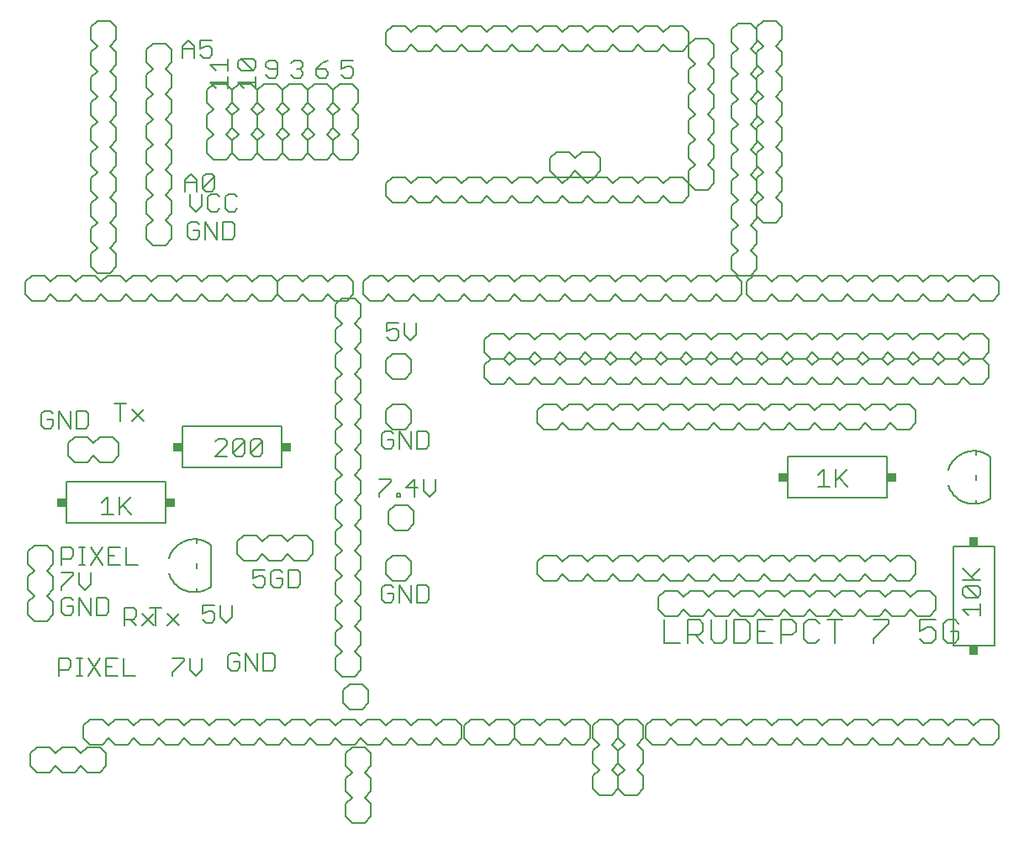
<source format=gbr>
G04 EAGLE Gerber RS-274X export*
G75*
%MOMM*%
%FSLAX34Y34*%
%LPD*%
%INSilkscreen Top*%
%IPPOS*%
%AMOC8*
5,1,8,0,0,1.08239X$1,22.5*%
G01*
%ADD10C,0.152400*%
%ADD11C,0.203200*%
%ADD12C,0.127000*%
%ADD13R,0.850000X0.812800*%
%ADD14R,0.812800X0.850000*%


D10*
X380925Y526557D02*
X369062Y526557D01*
X369062Y517660D01*
X374994Y520625D01*
X377960Y520625D01*
X380925Y517660D01*
X380925Y511728D01*
X377960Y508762D01*
X372028Y508762D01*
X369062Y511728D01*
X386837Y514694D02*
X386837Y526557D01*
X386837Y514694D02*
X392769Y508762D01*
X398700Y514694D01*
X398700Y526557D01*
X372880Y417337D02*
X375845Y414371D01*
X372880Y417337D02*
X366948Y417337D01*
X363982Y414371D01*
X363982Y402508D01*
X366948Y399542D01*
X372880Y399542D01*
X375845Y402508D01*
X375845Y408440D01*
X369914Y408440D01*
X381757Y417337D02*
X381757Y399542D01*
X393620Y399542D02*
X381757Y417337D01*
X393620Y417337D02*
X393620Y399542D01*
X399532Y399542D02*
X399532Y417337D01*
X399532Y399542D02*
X408429Y399542D01*
X411395Y402508D01*
X411395Y414371D01*
X408429Y417337D01*
X399532Y417337D01*
X41402Y300497D02*
X41402Y282702D01*
X41402Y300497D02*
X50300Y300497D01*
X53265Y297531D01*
X53265Y291600D01*
X50300Y288634D01*
X41402Y288634D01*
X59177Y282702D02*
X65109Y282702D01*
X62143Y282702D02*
X62143Y300497D01*
X59177Y300497D02*
X65109Y300497D01*
X71027Y300497D02*
X82890Y282702D01*
X71027Y282702D02*
X82890Y300497D01*
X88802Y300497D02*
X100665Y300497D01*
X88802Y300497D02*
X88802Y282702D01*
X100665Y282702D01*
X94733Y291600D02*
X88802Y291600D01*
X106576Y300497D02*
X106576Y282702D01*
X118440Y282702D01*
X53265Y275097D02*
X41402Y275097D01*
X53265Y275097D02*
X53265Y272131D01*
X41402Y260268D01*
X41402Y257302D01*
X59177Y263234D02*
X59177Y275097D01*
X59177Y263234D02*
X65109Y257302D01*
X71040Y263234D01*
X71040Y275097D01*
X50300Y249697D02*
X53265Y246731D01*
X50300Y249697D02*
X44368Y249697D01*
X41402Y246731D01*
X41402Y234868D01*
X44368Y231902D01*
X50300Y231902D01*
X53265Y234868D01*
X53265Y240800D01*
X47334Y240800D01*
X59177Y249697D02*
X59177Y231902D01*
X71040Y231902D02*
X59177Y249697D01*
X71040Y249697D02*
X71040Y231902D01*
X76952Y231902D02*
X76952Y249697D01*
X76952Y231902D02*
X85849Y231902D01*
X88815Y234868D01*
X88815Y246731D01*
X85849Y249697D01*
X76952Y249697D01*
X32945Y434691D02*
X29980Y437657D01*
X24048Y437657D01*
X21082Y434691D01*
X21082Y422828D01*
X24048Y419862D01*
X29980Y419862D01*
X32945Y422828D01*
X32945Y428760D01*
X27014Y428760D01*
X38857Y437657D02*
X38857Y419862D01*
X50720Y419862D02*
X38857Y437657D01*
X50720Y437657D02*
X50720Y419862D01*
X56632Y419862D02*
X56632Y437657D01*
X56632Y419862D02*
X65529Y419862D01*
X68495Y422828D01*
X68495Y434691D01*
X65529Y437657D01*
X56632Y437657D01*
X100674Y445277D02*
X100674Y427482D01*
X94742Y445277D02*
X106605Y445277D01*
X112517Y439345D02*
X124380Y427482D01*
X112517Y427482D02*
X124380Y439345D01*
X234442Y277637D02*
X246305Y277637D01*
X234442Y277637D02*
X234442Y268740D01*
X240374Y271705D01*
X243340Y271705D01*
X246305Y268740D01*
X246305Y262808D01*
X243340Y259842D01*
X237408Y259842D01*
X234442Y262808D01*
X261114Y277637D02*
X264080Y274671D01*
X261114Y277637D02*
X255183Y277637D01*
X252217Y274671D01*
X252217Y262808D01*
X255183Y259842D01*
X261114Y259842D01*
X264080Y262808D01*
X264080Y268740D01*
X258149Y268740D01*
X269992Y277637D02*
X269992Y259842D01*
X278889Y259842D01*
X281855Y262808D01*
X281855Y274671D01*
X278889Y277637D01*
X269992Y277637D01*
D11*
X648716Y227604D02*
X648716Y204216D01*
X664308Y204216D01*
X672104Y204216D02*
X672104Y227604D01*
X683798Y227604D01*
X687696Y223706D01*
X687696Y215910D01*
X683798Y212012D01*
X672104Y212012D01*
X679900Y212012D02*
X687696Y204216D01*
X695492Y208114D02*
X695492Y227604D01*
X695492Y208114D02*
X699390Y204216D01*
X707186Y204216D01*
X711084Y208114D01*
X711084Y227604D01*
X718880Y227604D02*
X718880Y204216D01*
X730574Y204216D01*
X734472Y208114D01*
X734472Y223706D01*
X730574Y227604D01*
X718880Y227604D01*
X742268Y227604D02*
X757860Y227604D01*
X742268Y227604D02*
X742268Y204216D01*
X757860Y204216D01*
X750064Y215910D02*
X742268Y215910D01*
X765656Y204216D02*
X765656Y227604D01*
X777350Y227604D01*
X781248Y223706D01*
X781248Y215910D01*
X777350Y212012D01*
X765656Y212012D01*
X800738Y227604D02*
X804636Y223706D01*
X800738Y227604D02*
X792942Y227604D01*
X789044Y223706D01*
X789044Y208114D01*
X792942Y204216D01*
X800738Y204216D01*
X804636Y208114D01*
X820228Y204216D02*
X820228Y227604D01*
X812432Y227604D02*
X828024Y227604D01*
X859208Y227604D02*
X874800Y227604D01*
X874800Y223706D01*
X859208Y208114D01*
X859208Y204216D01*
X905984Y227604D02*
X921576Y227604D01*
X905984Y227604D02*
X905984Y215910D01*
X913780Y219808D01*
X917678Y219808D01*
X921576Y215910D01*
X921576Y208114D01*
X917678Y204216D01*
X909882Y204216D01*
X905984Y208114D01*
X941066Y227604D02*
X944964Y223706D01*
X941066Y227604D02*
X933270Y227604D01*
X929372Y223706D01*
X929372Y208114D01*
X933270Y204216D01*
X941066Y204216D01*
X944964Y208114D01*
X944964Y215910D01*
X937168Y215910D01*
D10*
X375845Y259431D02*
X372880Y262397D01*
X366948Y262397D01*
X363982Y259431D01*
X363982Y247568D01*
X366948Y244602D01*
X372880Y244602D01*
X375845Y247568D01*
X375845Y253500D01*
X369914Y253500D01*
X381757Y262397D02*
X381757Y244602D01*
X393620Y244602D02*
X381757Y262397D01*
X393620Y262397D02*
X393620Y244602D01*
X399532Y244602D02*
X399532Y262397D01*
X399532Y244602D02*
X408429Y244602D01*
X411395Y247568D01*
X411395Y259431D01*
X408429Y262397D01*
X399532Y262397D01*
X373305Y369077D02*
X361442Y369077D01*
X373305Y369077D02*
X373305Y366111D01*
X361442Y354248D01*
X361442Y351282D01*
X379217Y351282D02*
X379217Y354248D01*
X382183Y354248D01*
X382183Y351282D01*
X379217Y351282D01*
X397002Y351282D02*
X397002Y369077D01*
X388104Y360180D01*
X399968Y360180D01*
X405879Y357214D02*
X405879Y369077D01*
X405879Y357214D02*
X411811Y351282D01*
X417743Y357214D01*
X417743Y369077D01*
X87974Y351297D02*
X82042Y345365D01*
X87974Y351297D02*
X87974Y333502D01*
X93905Y333502D02*
X82042Y333502D01*
X99817Y333502D02*
X99817Y351297D01*
X99817Y339434D02*
X111680Y351297D01*
X102783Y342400D02*
X111680Y333502D01*
X196342Y391922D02*
X208205Y391922D01*
X196342Y391922D02*
X208205Y403785D01*
X208205Y406751D01*
X205240Y409717D01*
X199308Y409717D01*
X196342Y406751D01*
X214117Y406751D02*
X214117Y394888D01*
X214117Y406751D02*
X217083Y409717D01*
X223014Y409717D01*
X225980Y406751D01*
X225980Y394888D01*
X223014Y391922D01*
X217083Y391922D01*
X214117Y394888D01*
X225980Y406751D01*
X231892Y406751D02*
X231892Y394888D01*
X231892Y406751D02*
X234858Y409717D01*
X240789Y409717D01*
X243755Y406751D01*
X243755Y394888D01*
X240789Y391922D01*
X234858Y391922D01*
X231892Y394888D01*
X243755Y406751D01*
X803402Y373305D02*
X809334Y379237D01*
X809334Y361442D01*
X815265Y361442D02*
X803402Y361442D01*
X821177Y361442D02*
X821177Y379237D01*
X821177Y367374D02*
X833040Y379237D01*
X824143Y370340D02*
X833040Y361442D01*
X949183Y237834D02*
X955115Y231902D01*
X949183Y237834D02*
X966978Y237834D01*
X966978Y243765D02*
X966978Y231902D01*
X964012Y249677D02*
X952149Y249677D01*
X949183Y252643D01*
X949183Y258574D01*
X952149Y261540D01*
X964012Y261540D01*
X966978Y258574D01*
X966978Y252643D01*
X964012Y249677D01*
X952149Y261540D01*
X949183Y267452D02*
X966978Y267452D01*
X961046Y267452D02*
X949183Y279315D01*
X958080Y270418D02*
X966978Y279315D01*
X220905Y190851D02*
X217940Y193817D01*
X212008Y193817D01*
X209042Y190851D01*
X209042Y178988D01*
X212008Y176022D01*
X217940Y176022D01*
X220905Y178988D01*
X220905Y184920D01*
X214974Y184920D01*
X226817Y193817D02*
X226817Y176022D01*
X238680Y176022D02*
X226817Y193817D01*
X238680Y193817D02*
X238680Y176022D01*
X244592Y176022D02*
X244592Y193817D01*
X244592Y176022D02*
X253489Y176022D01*
X256455Y178988D01*
X256455Y190851D01*
X253489Y193817D01*
X244592Y193817D01*
X195505Y242077D02*
X183642Y242077D01*
X183642Y233180D01*
X189574Y236145D01*
X192540Y236145D01*
X195505Y233180D01*
X195505Y227248D01*
X192540Y224282D01*
X186608Y224282D01*
X183642Y227248D01*
X201417Y230214D02*
X201417Y242077D01*
X201417Y230214D02*
X207349Y224282D01*
X213280Y230214D01*
X213280Y242077D01*
X165025Y188737D02*
X153162Y188737D01*
X165025Y188737D02*
X165025Y185771D01*
X153162Y173908D01*
X153162Y170942D01*
X170937Y176874D02*
X170937Y188737D01*
X170937Y176874D02*
X176869Y170942D01*
X182800Y176874D01*
X182800Y188737D01*
X136234Y221742D02*
X136234Y239537D01*
X142165Y239537D02*
X130302Y239537D01*
X148077Y233605D02*
X159940Y221742D01*
X148077Y221742D02*
X159940Y233605D01*
X38862Y188737D02*
X38862Y170942D01*
X38862Y188737D02*
X47760Y188737D01*
X50725Y185771D01*
X50725Y179840D01*
X47760Y176874D01*
X38862Y176874D01*
X56637Y170942D02*
X62569Y170942D01*
X59603Y170942D02*
X59603Y188737D01*
X56637Y188737D02*
X62569Y188737D01*
X68487Y188737D02*
X80350Y170942D01*
X68487Y170942D02*
X80350Y188737D01*
X86262Y188737D02*
X98125Y188737D01*
X86262Y188737D02*
X86262Y170942D01*
X98125Y170942D01*
X92193Y179840D02*
X86262Y179840D01*
X104036Y188737D02*
X104036Y170942D01*
X115900Y170942D01*
X104902Y221742D02*
X104902Y239537D01*
X113800Y239537D01*
X116765Y236571D01*
X116765Y230640D01*
X113800Y227674D01*
X104902Y227674D01*
X110834Y227674D02*
X116765Y221742D01*
X122677Y233605D02*
X134540Y221742D01*
X122677Y221742D02*
X134540Y233605D01*
X323342Y790717D02*
X335205Y790717D01*
X323342Y790717D02*
X323342Y781820D01*
X329274Y784785D01*
X332240Y784785D01*
X335205Y781820D01*
X335205Y775888D01*
X332240Y772922D01*
X326308Y772922D01*
X323342Y775888D01*
X309805Y790717D02*
X303874Y787751D01*
X297942Y781820D01*
X297942Y775888D01*
X300908Y772922D01*
X306840Y772922D01*
X309805Y775888D01*
X309805Y778854D01*
X306840Y781820D01*
X297942Y781820D01*
X275508Y790717D02*
X272542Y787751D01*
X275508Y790717D02*
X281440Y790717D01*
X284405Y787751D01*
X284405Y784785D01*
X281440Y781820D01*
X278474Y781820D01*
X281440Y781820D02*
X284405Y778854D01*
X284405Y775888D01*
X281440Y772922D01*
X275508Y772922D01*
X272542Y775888D01*
X250108Y772922D02*
X247142Y775888D01*
X250108Y772922D02*
X256040Y772922D01*
X259005Y775888D01*
X259005Y787751D01*
X256040Y790717D01*
X250108Y790717D01*
X247142Y787751D01*
X247142Y784785D01*
X250108Y781820D01*
X259005Y781820D01*
X225119Y762772D02*
X219187Y768704D01*
X236982Y768704D01*
X236982Y762772D02*
X236982Y774636D01*
X234016Y780547D02*
X222153Y780547D01*
X219187Y783513D01*
X219187Y789445D01*
X222153Y792411D01*
X234016Y792411D01*
X236982Y789445D01*
X236982Y783513D01*
X234016Y780547D01*
X222153Y792411D01*
X197179Y762772D02*
X191247Y768704D01*
X209042Y768704D01*
X209042Y762772D02*
X209042Y774636D01*
X197179Y780547D02*
X191247Y786479D01*
X209042Y786479D01*
X209042Y780547D02*
X209042Y792411D01*
X177300Y628157D02*
X180265Y625191D01*
X177300Y628157D02*
X171368Y628157D01*
X168402Y625191D01*
X168402Y613328D01*
X171368Y610362D01*
X177300Y610362D01*
X180265Y613328D01*
X180265Y619260D01*
X174334Y619260D01*
X186177Y628157D02*
X186177Y610362D01*
X198040Y610362D02*
X186177Y628157D01*
X198040Y628157D02*
X198040Y610362D01*
X203952Y610362D02*
X203952Y628157D01*
X203952Y610362D02*
X212849Y610362D01*
X215815Y613328D01*
X215815Y625191D01*
X212849Y628157D01*
X203952Y628157D01*
X170942Y644234D02*
X170942Y656097D01*
X170942Y644234D02*
X176874Y638302D01*
X182805Y644234D01*
X182805Y656097D01*
X197614Y656097D02*
X200580Y653131D01*
X197614Y656097D02*
X191683Y656097D01*
X188717Y653131D01*
X188717Y641268D01*
X191683Y638302D01*
X197614Y638302D01*
X200580Y641268D01*
X215389Y656097D02*
X218355Y653131D01*
X215389Y656097D02*
X209458Y656097D01*
X206492Y653131D01*
X206492Y641268D01*
X209458Y638302D01*
X215389Y638302D01*
X218355Y641268D01*
X165862Y658622D02*
X165862Y670485D01*
X171794Y676417D01*
X177725Y670485D01*
X177725Y658622D01*
X177725Y667520D02*
X165862Y667520D01*
X183637Y661588D02*
X183637Y673451D01*
X186603Y676417D01*
X192534Y676417D01*
X195500Y673451D01*
X195500Y661588D01*
X192534Y658622D01*
X186603Y658622D01*
X183637Y661588D01*
X195500Y673451D01*
X163322Y793242D02*
X163322Y805105D01*
X169254Y811037D01*
X175185Y805105D01*
X175185Y793242D01*
X175185Y802140D02*
X163322Y802140D01*
X181097Y811037D02*
X192960Y811037D01*
X181097Y811037D02*
X181097Y802140D01*
X187029Y805105D01*
X189994Y805105D01*
X192960Y802140D01*
X192960Y796208D01*
X189994Y793242D01*
X184063Y793242D01*
X181097Y796208D01*
D11*
X504190Y574040D02*
X516890Y574040D01*
X523240Y567690D01*
X523240Y554990D02*
X516890Y548640D01*
X478790Y574040D02*
X472440Y567690D01*
X478790Y574040D02*
X491490Y574040D01*
X497840Y567690D01*
X497840Y554990D02*
X491490Y548640D01*
X478790Y548640D01*
X472440Y554990D01*
X497840Y567690D02*
X504190Y574040D01*
X497840Y554990D02*
X504190Y548640D01*
X516890Y548640D01*
X440690Y574040D02*
X427990Y574040D01*
X440690Y574040D02*
X447040Y567690D01*
X447040Y554990D02*
X440690Y548640D01*
X447040Y567690D02*
X453390Y574040D01*
X466090Y574040D01*
X472440Y567690D01*
X472440Y554990D02*
X466090Y548640D01*
X453390Y548640D01*
X447040Y554990D01*
X402590Y574040D02*
X396240Y567690D01*
X402590Y574040D02*
X415290Y574040D01*
X421640Y567690D01*
X421640Y554990D02*
X415290Y548640D01*
X402590Y548640D01*
X396240Y554990D01*
X421640Y567690D02*
X427990Y574040D01*
X421640Y554990D02*
X427990Y548640D01*
X440690Y548640D01*
X364490Y574040D02*
X351790Y574040D01*
X364490Y574040D02*
X370840Y567690D01*
X370840Y554990D02*
X364490Y548640D01*
X370840Y567690D02*
X377190Y574040D01*
X389890Y574040D01*
X396240Y567690D01*
X396240Y554990D02*
X389890Y548640D01*
X377190Y548640D01*
X370840Y554990D01*
X345440Y554990D02*
X345440Y567690D01*
X351790Y574040D01*
X345440Y554990D02*
X351790Y548640D01*
X364490Y548640D01*
X681990Y574040D02*
X694690Y574040D01*
X701040Y567690D01*
X701040Y554990D02*
X694690Y548640D01*
X656590Y574040D02*
X650240Y567690D01*
X656590Y574040D02*
X669290Y574040D01*
X675640Y567690D01*
X675640Y554990D02*
X669290Y548640D01*
X656590Y548640D01*
X650240Y554990D01*
X675640Y567690D02*
X681990Y574040D01*
X675640Y554990D02*
X681990Y548640D01*
X694690Y548640D01*
X618490Y574040D02*
X605790Y574040D01*
X618490Y574040D02*
X624840Y567690D01*
X624840Y554990D02*
X618490Y548640D01*
X624840Y567690D02*
X631190Y574040D01*
X643890Y574040D01*
X650240Y567690D01*
X650240Y554990D02*
X643890Y548640D01*
X631190Y548640D01*
X624840Y554990D01*
X580390Y574040D02*
X574040Y567690D01*
X580390Y574040D02*
X593090Y574040D01*
X599440Y567690D01*
X599440Y554990D02*
X593090Y548640D01*
X580390Y548640D01*
X574040Y554990D01*
X599440Y567690D02*
X605790Y574040D01*
X599440Y554990D02*
X605790Y548640D01*
X618490Y548640D01*
X542290Y574040D02*
X529590Y574040D01*
X542290Y574040D02*
X548640Y567690D01*
X548640Y554990D02*
X542290Y548640D01*
X548640Y567690D02*
X554990Y574040D01*
X567690Y574040D01*
X574040Y567690D01*
X574040Y554990D02*
X567690Y548640D01*
X554990Y548640D01*
X548640Y554990D01*
X529590Y574040D02*
X523240Y567690D01*
X523240Y554990D02*
X529590Y548640D01*
X542290Y548640D01*
X701040Y567690D02*
X707390Y574040D01*
X720090Y574040D01*
X726440Y567690D01*
X726440Y554990D01*
X720090Y548640D01*
X707390Y548640D01*
X701040Y554990D01*
X234950Y127000D02*
X222250Y127000D01*
X234950Y127000D02*
X241300Y120650D01*
X241300Y107950D02*
X234950Y101600D01*
X196850Y127000D02*
X190500Y120650D01*
X196850Y127000D02*
X209550Y127000D01*
X215900Y120650D01*
X215900Y107950D02*
X209550Y101600D01*
X196850Y101600D01*
X190500Y107950D01*
X215900Y120650D02*
X222250Y127000D01*
X215900Y107950D02*
X222250Y101600D01*
X234950Y101600D01*
X158750Y127000D02*
X146050Y127000D01*
X158750Y127000D02*
X165100Y120650D01*
X165100Y107950D02*
X158750Y101600D01*
X165100Y120650D02*
X171450Y127000D01*
X184150Y127000D01*
X190500Y120650D01*
X190500Y107950D02*
X184150Y101600D01*
X171450Y101600D01*
X165100Y107950D01*
X120650Y127000D02*
X114300Y120650D01*
X120650Y127000D02*
X133350Y127000D01*
X139700Y120650D01*
X139700Y107950D02*
X133350Y101600D01*
X120650Y101600D01*
X114300Y107950D01*
X139700Y120650D02*
X146050Y127000D01*
X139700Y107950D02*
X146050Y101600D01*
X158750Y101600D01*
X82550Y127000D02*
X69850Y127000D01*
X82550Y127000D02*
X88900Y120650D01*
X88900Y107950D02*
X82550Y101600D01*
X88900Y120650D02*
X95250Y127000D01*
X107950Y127000D01*
X114300Y120650D01*
X114300Y107950D02*
X107950Y101600D01*
X95250Y101600D01*
X88900Y107950D01*
X63500Y107950D02*
X63500Y120650D01*
X69850Y127000D01*
X63500Y107950D02*
X69850Y101600D01*
X82550Y101600D01*
X400050Y127000D02*
X412750Y127000D01*
X419100Y120650D01*
X419100Y107950D02*
X412750Y101600D01*
X374650Y127000D02*
X368300Y120650D01*
X374650Y127000D02*
X387350Y127000D01*
X393700Y120650D01*
X393700Y107950D02*
X387350Y101600D01*
X374650Y101600D01*
X368300Y107950D01*
X393700Y120650D02*
X400050Y127000D01*
X393700Y107950D02*
X400050Y101600D01*
X412750Y101600D01*
X336550Y127000D02*
X323850Y127000D01*
X336550Y127000D02*
X342900Y120650D01*
X342900Y107950D02*
X336550Y101600D01*
X342900Y120650D02*
X349250Y127000D01*
X361950Y127000D01*
X368300Y120650D01*
X368300Y107950D02*
X361950Y101600D01*
X349250Y101600D01*
X342900Y107950D01*
X298450Y127000D02*
X292100Y120650D01*
X298450Y127000D02*
X311150Y127000D01*
X317500Y120650D01*
X317500Y107950D02*
X311150Y101600D01*
X298450Y101600D01*
X292100Y107950D01*
X317500Y120650D02*
X323850Y127000D01*
X317500Y107950D02*
X323850Y101600D01*
X336550Y101600D01*
X260350Y127000D02*
X247650Y127000D01*
X260350Y127000D02*
X266700Y120650D01*
X266700Y107950D02*
X260350Y101600D01*
X266700Y120650D02*
X273050Y127000D01*
X285750Y127000D01*
X292100Y120650D01*
X292100Y107950D02*
X285750Y101600D01*
X273050Y101600D01*
X266700Y107950D01*
X247650Y127000D02*
X241300Y120650D01*
X241300Y107950D02*
X247650Y101600D01*
X260350Y101600D01*
X419100Y120650D02*
X425450Y127000D01*
X438150Y127000D01*
X444500Y120650D01*
X444500Y107950D01*
X438150Y101600D01*
X425450Y101600D01*
X419100Y107950D01*
X576580Y107950D02*
X582930Y101600D01*
X576580Y107950D02*
X576580Y120650D01*
X582930Y127000D01*
X595630Y127000D02*
X601980Y120650D01*
X601980Y107950D01*
X595630Y101600D01*
X576580Y69850D02*
X576580Y57150D01*
X576580Y69850D02*
X582930Y76200D01*
X595630Y76200D02*
X601980Y69850D01*
X582930Y76200D02*
X576580Y82550D01*
X576580Y95250D01*
X582930Y101600D01*
X595630Y101600D02*
X601980Y95250D01*
X601980Y82550D01*
X595630Y76200D01*
X595630Y50800D02*
X582930Y50800D01*
X576580Y57150D01*
X595630Y50800D02*
X601980Y57150D01*
X601980Y69850D01*
X595630Y127000D02*
X582930Y127000D01*
X67310Y99060D02*
X60960Y92710D01*
X67310Y99060D02*
X80010Y99060D01*
X86360Y92710D01*
X86360Y80010D02*
X80010Y73660D01*
X67310Y73660D01*
X60960Y80010D01*
X29210Y99060D02*
X16510Y99060D01*
X29210Y99060D02*
X35560Y92710D01*
X35560Y80010D02*
X29210Y73660D01*
X35560Y92710D02*
X41910Y99060D01*
X54610Y99060D01*
X60960Y92710D01*
X60960Y80010D02*
X54610Y73660D01*
X41910Y73660D01*
X35560Y80010D01*
X10160Y80010D02*
X10160Y92710D01*
X16510Y99060D01*
X10160Y80010D02*
X16510Y73660D01*
X29210Y73660D01*
X86360Y80010D02*
X86360Y92710D01*
X309880Y567690D02*
X316230Y574040D01*
X328930Y574040D01*
X335280Y567690D01*
X335280Y554990D02*
X328930Y548640D01*
X316230Y548640D01*
X309880Y554990D01*
X278130Y574040D02*
X265430Y574040D01*
X278130Y574040D02*
X284480Y567690D01*
X284480Y554990D02*
X278130Y548640D01*
X284480Y567690D02*
X290830Y574040D01*
X303530Y574040D01*
X309880Y567690D01*
X309880Y554990D02*
X303530Y548640D01*
X290830Y548640D01*
X284480Y554990D01*
X259080Y554990D02*
X259080Y567690D01*
X265430Y574040D01*
X259080Y554990D02*
X265430Y548640D01*
X278130Y548640D01*
X335280Y554990D02*
X335280Y567690D01*
X621030Y76200D02*
X627380Y69850D01*
X627380Y57150D01*
X621030Y50800D01*
X608330Y50800D02*
X601980Y57150D01*
X601980Y69850D01*
X608330Y76200D01*
X627380Y107950D02*
X627380Y120650D01*
X627380Y107950D02*
X621030Y101600D01*
X608330Y101600D02*
X601980Y107950D01*
X621030Y101600D02*
X627380Y95250D01*
X627380Y82550D01*
X621030Y76200D01*
X608330Y76200D02*
X601980Y82550D01*
X601980Y95250D01*
X608330Y101600D01*
X608330Y127000D02*
X621030Y127000D01*
X627380Y120650D01*
X608330Y127000D02*
X601980Y120650D01*
X601980Y107950D01*
X608330Y50800D02*
X621030Y50800D01*
X548640Y120650D02*
X554990Y127000D01*
X567690Y127000D01*
X574040Y120650D01*
X574040Y107950D02*
X567690Y101600D01*
X554990Y101600D01*
X548640Y107950D01*
X516890Y127000D02*
X504190Y127000D01*
X516890Y127000D02*
X523240Y120650D01*
X523240Y107950D02*
X516890Y101600D01*
X523240Y120650D02*
X529590Y127000D01*
X542290Y127000D01*
X548640Y120650D01*
X548640Y107950D02*
X542290Y101600D01*
X529590Y101600D01*
X523240Y107950D01*
X497840Y107950D02*
X497840Y120650D01*
X504190Y127000D01*
X497840Y107950D02*
X504190Y101600D01*
X516890Y101600D01*
X574040Y107950D02*
X574040Y120650D01*
X334010Y73660D02*
X327660Y80010D01*
X327660Y92710D01*
X334010Y99060D01*
X346710Y99060D02*
X353060Y92710D01*
X353060Y80010D01*
X346710Y73660D01*
X327660Y41910D02*
X327660Y29210D01*
X327660Y41910D02*
X334010Y48260D01*
X346710Y48260D02*
X353060Y41910D01*
X334010Y48260D02*
X327660Y54610D01*
X327660Y67310D01*
X334010Y73660D01*
X346710Y73660D02*
X353060Y67310D01*
X353060Y54610D01*
X346710Y48260D01*
X346710Y22860D02*
X334010Y22860D01*
X327660Y29210D01*
X346710Y22860D02*
X353060Y29210D01*
X353060Y41910D01*
X346710Y99060D02*
X334010Y99060D01*
X478790Y101600D02*
X491490Y101600D01*
X478790Y101600D02*
X472440Y107950D01*
X472440Y120650D02*
X478790Y127000D01*
X472440Y107950D02*
X466090Y101600D01*
X453390Y101600D01*
X447040Y107950D01*
X447040Y120650D02*
X453390Y127000D01*
X466090Y127000D01*
X472440Y120650D01*
X497840Y120650D02*
X497840Y107950D01*
X491490Y101600D01*
X497840Y120650D02*
X491490Y127000D01*
X478790Y127000D01*
X447040Y120650D02*
X447040Y107950D01*
X317500Y328930D02*
X317500Y341630D01*
X323850Y347980D01*
X336550Y347980D02*
X342900Y341630D01*
X317500Y303530D02*
X323850Y297180D01*
X317500Y303530D02*
X317500Y316230D01*
X323850Y322580D01*
X336550Y322580D02*
X342900Y316230D01*
X342900Y303530D01*
X336550Y297180D01*
X323850Y322580D02*
X317500Y328930D01*
X336550Y322580D02*
X342900Y328930D01*
X342900Y341630D01*
X317500Y265430D02*
X317500Y252730D01*
X317500Y265430D02*
X323850Y271780D01*
X336550Y271780D02*
X342900Y265430D01*
X323850Y271780D02*
X317500Y278130D01*
X317500Y290830D01*
X323850Y297180D01*
X336550Y297180D02*
X342900Y290830D01*
X342900Y278130D01*
X336550Y271780D01*
X317500Y227330D02*
X323850Y220980D01*
X317500Y227330D02*
X317500Y240030D01*
X323850Y246380D01*
X336550Y246380D02*
X342900Y240030D01*
X342900Y227330D01*
X336550Y220980D01*
X323850Y246380D02*
X317500Y252730D01*
X336550Y246380D02*
X342900Y252730D01*
X342900Y265430D01*
X317500Y189230D02*
X317500Y176530D01*
X317500Y189230D02*
X323850Y195580D01*
X336550Y195580D02*
X342900Y189230D01*
X323850Y195580D02*
X317500Y201930D01*
X317500Y214630D01*
X323850Y220980D01*
X336550Y220980D02*
X342900Y214630D01*
X342900Y201930D01*
X336550Y195580D01*
X336550Y170180D02*
X323850Y170180D01*
X317500Y176530D01*
X336550Y170180D02*
X342900Y176530D01*
X342900Y189230D01*
X317500Y506730D02*
X317500Y519430D01*
X323850Y525780D01*
X336550Y525780D02*
X342900Y519430D01*
X317500Y481330D02*
X323850Y474980D01*
X317500Y481330D02*
X317500Y494030D01*
X323850Y500380D01*
X336550Y500380D02*
X342900Y494030D01*
X342900Y481330D01*
X336550Y474980D01*
X323850Y500380D02*
X317500Y506730D01*
X336550Y500380D02*
X342900Y506730D01*
X342900Y519430D01*
X317500Y443230D02*
X317500Y430530D01*
X317500Y443230D02*
X323850Y449580D01*
X336550Y449580D02*
X342900Y443230D01*
X323850Y449580D02*
X317500Y455930D01*
X317500Y468630D01*
X323850Y474980D01*
X336550Y474980D02*
X342900Y468630D01*
X342900Y455930D01*
X336550Y449580D01*
X317500Y405130D02*
X323850Y398780D01*
X317500Y405130D02*
X317500Y417830D01*
X323850Y424180D01*
X336550Y424180D02*
X342900Y417830D01*
X342900Y405130D01*
X336550Y398780D01*
X323850Y424180D02*
X317500Y430530D01*
X336550Y424180D02*
X342900Y430530D01*
X342900Y443230D01*
X317500Y367030D02*
X317500Y354330D01*
X317500Y367030D02*
X323850Y373380D01*
X336550Y373380D02*
X342900Y367030D01*
X323850Y373380D02*
X317500Y379730D01*
X317500Y392430D01*
X323850Y398780D01*
X336550Y398780D02*
X342900Y392430D01*
X342900Y379730D01*
X336550Y373380D01*
X317500Y354330D02*
X323850Y347980D01*
X336550Y347980D02*
X342900Y354330D01*
X342900Y367030D01*
X323850Y525780D02*
X317500Y532130D01*
X317500Y544830D01*
X323850Y551180D01*
X336550Y551180D01*
X342900Y544830D01*
X342900Y532130D01*
X336550Y525780D01*
X814070Y101600D02*
X826770Y101600D01*
X814070Y101600D02*
X807720Y107950D01*
X807720Y120650D02*
X814070Y127000D01*
X852170Y101600D02*
X858520Y107950D01*
X852170Y101600D02*
X839470Y101600D01*
X833120Y107950D01*
X833120Y120650D02*
X839470Y127000D01*
X852170Y127000D01*
X858520Y120650D01*
X833120Y107950D02*
X826770Y101600D01*
X833120Y120650D02*
X826770Y127000D01*
X814070Y127000D01*
X890270Y101600D02*
X902970Y101600D01*
X890270Y101600D02*
X883920Y107950D01*
X883920Y120650D02*
X890270Y127000D01*
X883920Y107950D02*
X877570Y101600D01*
X864870Y101600D01*
X858520Y107950D01*
X858520Y120650D02*
X864870Y127000D01*
X877570Y127000D01*
X883920Y120650D01*
X928370Y101600D02*
X934720Y107950D01*
X928370Y101600D02*
X915670Y101600D01*
X909320Y107950D01*
X909320Y120650D02*
X915670Y127000D01*
X928370Y127000D01*
X934720Y120650D01*
X909320Y107950D02*
X902970Y101600D01*
X909320Y120650D02*
X902970Y127000D01*
X890270Y127000D01*
X966470Y101600D02*
X979170Y101600D01*
X966470Y101600D02*
X960120Y107950D01*
X960120Y120650D02*
X966470Y127000D01*
X960120Y107950D02*
X953770Y101600D01*
X941070Y101600D01*
X934720Y107950D01*
X934720Y120650D02*
X941070Y127000D01*
X953770Y127000D01*
X960120Y120650D01*
X985520Y120650D02*
X985520Y107950D01*
X979170Y101600D01*
X985520Y120650D02*
X979170Y127000D01*
X966470Y127000D01*
X648970Y101600D02*
X636270Y101600D01*
X629920Y107950D01*
X629920Y120650D02*
X636270Y127000D01*
X674370Y101600D02*
X680720Y107950D01*
X674370Y101600D02*
X661670Y101600D01*
X655320Y107950D01*
X655320Y120650D02*
X661670Y127000D01*
X674370Y127000D01*
X680720Y120650D01*
X655320Y107950D02*
X648970Y101600D01*
X655320Y120650D02*
X648970Y127000D01*
X636270Y127000D01*
X712470Y101600D02*
X725170Y101600D01*
X712470Y101600D02*
X706120Y107950D01*
X706120Y120650D02*
X712470Y127000D01*
X706120Y107950D02*
X699770Y101600D01*
X687070Y101600D01*
X680720Y107950D01*
X680720Y120650D02*
X687070Y127000D01*
X699770Y127000D01*
X706120Y120650D01*
X750570Y101600D02*
X756920Y107950D01*
X750570Y101600D02*
X737870Y101600D01*
X731520Y107950D01*
X731520Y120650D02*
X737870Y127000D01*
X750570Y127000D01*
X756920Y120650D01*
X731520Y107950D02*
X725170Y101600D01*
X731520Y120650D02*
X725170Y127000D01*
X712470Y127000D01*
X788670Y101600D02*
X801370Y101600D01*
X788670Y101600D02*
X782320Y107950D01*
X782320Y120650D02*
X788670Y127000D01*
X782320Y107950D02*
X775970Y101600D01*
X763270Y101600D01*
X756920Y107950D01*
X756920Y120650D02*
X763270Y127000D01*
X775970Y127000D01*
X782320Y120650D01*
X801370Y101600D02*
X807720Y107950D01*
X807720Y120650D02*
X801370Y127000D01*
X788670Y127000D01*
X629920Y120650D02*
X629920Y107950D01*
X890270Y574040D02*
X902970Y574040D01*
X909320Y567690D01*
X909320Y554990D02*
X902970Y548640D01*
X864870Y574040D02*
X858520Y567690D01*
X864870Y574040D02*
X877570Y574040D01*
X883920Y567690D01*
X883920Y554990D02*
X877570Y548640D01*
X864870Y548640D01*
X858520Y554990D01*
X883920Y567690D02*
X890270Y574040D01*
X883920Y554990D02*
X890270Y548640D01*
X902970Y548640D01*
X826770Y574040D02*
X814070Y574040D01*
X826770Y574040D02*
X833120Y567690D01*
X833120Y554990D02*
X826770Y548640D01*
X833120Y567690D02*
X839470Y574040D01*
X852170Y574040D01*
X858520Y567690D01*
X858520Y554990D02*
X852170Y548640D01*
X839470Y548640D01*
X833120Y554990D01*
X788670Y574040D02*
X782320Y567690D01*
X788670Y574040D02*
X801370Y574040D01*
X807720Y567690D01*
X807720Y554990D02*
X801370Y548640D01*
X788670Y548640D01*
X782320Y554990D01*
X807720Y567690D02*
X814070Y574040D01*
X807720Y554990D02*
X814070Y548640D01*
X826770Y548640D01*
X750570Y574040D02*
X737870Y574040D01*
X750570Y574040D02*
X756920Y567690D01*
X756920Y554990D02*
X750570Y548640D01*
X756920Y567690D02*
X763270Y574040D01*
X775970Y574040D01*
X782320Y567690D01*
X782320Y554990D02*
X775970Y548640D01*
X763270Y548640D01*
X756920Y554990D01*
X731520Y554990D02*
X731520Y567690D01*
X737870Y574040D01*
X731520Y554990D02*
X737870Y548640D01*
X750570Y548640D01*
X915670Y574040D02*
X928370Y574040D01*
X934720Y567690D01*
X934720Y554990D02*
X928370Y548640D01*
X909320Y567690D02*
X915670Y574040D01*
X909320Y554990D02*
X915670Y548640D01*
X928370Y548640D01*
X941070Y574040D02*
X953770Y574040D01*
X960120Y567690D01*
X960120Y554990D02*
X953770Y548640D01*
X934720Y567690D02*
X941070Y574040D01*
X934720Y554990D02*
X941070Y548640D01*
X953770Y548640D01*
X966470Y574040D02*
X979170Y574040D01*
X985520Y567690D01*
X985520Y554990D01*
X979170Y548640D01*
X960120Y567690D02*
X966470Y574040D01*
X960120Y554990D02*
X966470Y548640D01*
X979170Y548640D01*
X816610Y490220D02*
X803910Y490220D01*
X797560Y496570D01*
X797560Y509270D02*
X803910Y515620D01*
X842010Y490220D02*
X848360Y496570D01*
X842010Y490220D02*
X829310Y490220D01*
X822960Y496570D01*
X822960Y509270D02*
X829310Y515620D01*
X842010Y515620D01*
X848360Y509270D01*
X822960Y496570D02*
X816610Y490220D01*
X822960Y509270D02*
X816610Y515620D01*
X803910Y515620D01*
X880110Y490220D02*
X892810Y490220D01*
X880110Y490220D02*
X873760Y496570D01*
X873760Y509270D02*
X880110Y515620D01*
X873760Y496570D02*
X867410Y490220D01*
X854710Y490220D01*
X848360Y496570D01*
X848360Y509270D02*
X854710Y515620D01*
X867410Y515620D01*
X873760Y509270D01*
X918210Y490220D02*
X924560Y496570D01*
X918210Y490220D02*
X905510Y490220D01*
X899160Y496570D01*
X899160Y509270D02*
X905510Y515620D01*
X918210Y515620D01*
X924560Y509270D01*
X899160Y496570D02*
X892810Y490220D01*
X899160Y509270D02*
X892810Y515620D01*
X880110Y515620D01*
X956310Y490220D02*
X969010Y490220D01*
X956310Y490220D02*
X949960Y496570D01*
X949960Y509270D02*
X956310Y515620D01*
X949960Y496570D02*
X943610Y490220D01*
X930910Y490220D01*
X924560Y496570D01*
X924560Y509270D02*
X930910Y515620D01*
X943610Y515620D01*
X949960Y509270D01*
X975360Y509270D02*
X975360Y496570D01*
X969010Y490220D01*
X975360Y509270D02*
X969010Y515620D01*
X956310Y515620D01*
X638810Y490220D02*
X626110Y490220D01*
X619760Y496570D01*
X619760Y509270D02*
X626110Y515620D01*
X664210Y490220D02*
X670560Y496570D01*
X664210Y490220D02*
X651510Y490220D01*
X645160Y496570D01*
X645160Y509270D02*
X651510Y515620D01*
X664210Y515620D01*
X670560Y509270D01*
X645160Y496570D02*
X638810Y490220D01*
X645160Y509270D02*
X638810Y515620D01*
X626110Y515620D01*
X702310Y490220D02*
X715010Y490220D01*
X702310Y490220D02*
X695960Y496570D01*
X695960Y509270D02*
X702310Y515620D01*
X695960Y496570D02*
X689610Y490220D01*
X676910Y490220D01*
X670560Y496570D01*
X670560Y509270D02*
X676910Y515620D01*
X689610Y515620D01*
X695960Y509270D01*
X740410Y490220D02*
X746760Y496570D01*
X740410Y490220D02*
X727710Y490220D01*
X721360Y496570D01*
X721360Y509270D02*
X727710Y515620D01*
X740410Y515620D01*
X746760Y509270D01*
X721360Y496570D02*
X715010Y490220D01*
X721360Y509270D02*
X715010Y515620D01*
X702310Y515620D01*
X778510Y490220D02*
X791210Y490220D01*
X778510Y490220D02*
X772160Y496570D01*
X772160Y509270D02*
X778510Y515620D01*
X772160Y496570D02*
X765810Y490220D01*
X753110Y490220D01*
X746760Y496570D01*
X746760Y509270D02*
X753110Y515620D01*
X765810Y515620D01*
X772160Y509270D01*
X791210Y490220D02*
X797560Y496570D01*
X797560Y509270D02*
X791210Y515620D01*
X778510Y515620D01*
X619760Y496570D02*
X613410Y490220D01*
X600710Y490220D01*
X594360Y496570D01*
X594360Y509270D02*
X600710Y515620D01*
X613410Y515620D01*
X619760Y509270D01*
X594360Y496570D02*
X588010Y490220D01*
X575310Y490220D01*
X568960Y496570D01*
X568960Y509270D02*
X575310Y515620D01*
X588010Y515620D01*
X594360Y509270D01*
X568960Y496570D02*
X562610Y490220D01*
X549910Y490220D01*
X543560Y496570D01*
X543560Y509270D02*
X549910Y515620D01*
X562610Y515620D01*
X568960Y509270D01*
X543560Y496570D02*
X537210Y490220D01*
X524510Y490220D01*
X518160Y496570D01*
X518160Y509270D02*
X524510Y515620D01*
X537210Y515620D01*
X543560Y509270D01*
X518160Y496570D02*
X511810Y490220D01*
X499110Y490220D01*
X492760Y496570D01*
X492760Y509270D02*
X499110Y515620D01*
X511810Y515620D01*
X518160Y509270D01*
X492760Y496570D02*
X486410Y490220D01*
X473710Y490220D01*
X467360Y496570D01*
X467360Y509270D01*
X473710Y515620D01*
X486410Y515620D01*
X492760Y509270D01*
X626110Y490220D02*
X638810Y490220D01*
X645160Y483870D01*
X645160Y471170D02*
X638810Y464820D01*
X600710Y490220D02*
X594360Y483870D01*
X600710Y490220D02*
X613410Y490220D01*
X619760Y483870D01*
X619760Y471170D02*
X613410Y464820D01*
X600710Y464820D01*
X594360Y471170D01*
X619760Y483870D02*
X626110Y490220D01*
X619760Y471170D02*
X626110Y464820D01*
X638810Y464820D01*
X562610Y490220D02*
X549910Y490220D01*
X562610Y490220D02*
X568960Y483870D01*
X568960Y471170D02*
X562610Y464820D01*
X568960Y483870D02*
X575310Y490220D01*
X588010Y490220D01*
X594360Y483870D01*
X594360Y471170D02*
X588010Y464820D01*
X575310Y464820D01*
X568960Y471170D01*
X524510Y490220D02*
X518160Y483870D01*
X524510Y490220D02*
X537210Y490220D01*
X543560Y483870D01*
X543560Y471170D02*
X537210Y464820D01*
X524510Y464820D01*
X518160Y471170D01*
X543560Y483870D02*
X549910Y490220D01*
X543560Y471170D02*
X549910Y464820D01*
X562610Y464820D01*
X486410Y490220D02*
X473710Y490220D01*
X486410Y490220D02*
X492760Y483870D01*
X492760Y471170D02*
X486410Y464820D01*
X492760Y483870D02*
X499110Y490220D01*
X511810Y490220D01*
X518160Y483870D01*
X518160Y471170D02*
X511810Y464820D01*
X499110Y464820D01*
X492760Y471170D01*
X467360Y471170D02*
X467360Y483870D01*
X473710Y490220D01*
X467360Y471170D02*
X473710Y464820D01*
X486410Y464820D01*
X803910Y490220D02*
X816610Y490220D01*
X822960Y483870D01*
X822960Y471170D02*
X816610Y464820D01*
X778510Y490220D02*
X772160Y483870D01*
X778510Y490220D02*
X791210Y490220D01*
X797560Y483870D01*
X797560Y471170D02*
X791210Y464820D01*
X778510Y464820D01*
X772160Y471170D01*
X797560Y483870D02*
X803910Y490220D01*
X797560Y471170D02*
X803910Y464820D01*
X816610Y464820D01*
X740410Y490220D02*
X727710Y490220D01*
X740410Y490220D02*
X746760Y483870D01*
X746760Y471170D02*
X740410Y464820D01*
X746760Y483870D02*
X753110Y490220D01*
X765810Y490220D01*
X772160Y483870D01*
X772160Y471170D02*
X765810Y464820D01*
X753110Y464820D01*
X746760Y471170D01*
X702310Y490220D02*
X695960Y483870D01*
X702310Y490220D02*
X715010Y490220D01*
X721360Y483870D01*
X721360Y471170D02*
X715010Y464820D01*
X702310Y464820D01*
X695960Y471170D01*
X721360Y483870D02*
X727710Y490220D01*
X721360Y471170D02*
X727710Y464820D01*
X740410Y464820D01*
X664210Y490220D02*
X651510Y490220D01*
X664210Y490220D02*
X670560Y483870D01*
X670560Y471170D02*
X664210Y464820D01*
X670560Y483870D02*
X676910Y490220D01*
X689610Y490220D01*
X695960Y483870D01*
X695960Y471170D02*
X689610Y464820D01*
X676910Y464820D01*
X670560Y471170D01*
X651510Y490220D02*
X645160Y483870D01*
X645160Y471170D02*
X651510Y464820D01*
X664210Y464820D01*
X822960Y483870D02*
X829310Y490220D01*
X842010Y490220D01*
X848360Y483870D01*
X848360Y471170D02*
X842010Y464820D01*
X829310Y464820D01*
X822960Y471170D01*
X848360Y483870D02*
X854710Y490220D01*
X867410Y490220D01*
X873760Y483870D01*
X873760Y471170D02*
X867410Y464820D01*
X854710Y464820D01*
X848360Y471170D01*
X873760Y483870D02*
X880110Y490220D01*
X892810Y490220D01*
X899160Y483870D01*
X899160Y471170D02*
X892810Y464820D01*
X880110Y464820D01*
X873760Y471170D01*
X899160Y483870D02*
X905510Y490220D01*
X918210Y490220D01*
X924560Y483870D01*
X924560Y471170D02*
X918210Y464820D01*
X905510Y464820D01*
X899160Y471170D01*
X924560Y483870D02*
X930910Y490220D01*
X943610Y490220D01*
X949960Y483870D01*
X949960Y471170D02*
X943610Y464820D01*
X930910Y464820D01*
X924560Y471170D01*
X949960Y483870D02*
X956310Y490220D01*
X969010Y490220D01*
X975360Y483870D01*
X975360Y471170D01*
X969010Y464820D01*
X956310Y464820D01*
X949960Y471170D01*
X393700Y488950D02*
X387350Y495300D01*
X374650Y495300D01*
X368300Y488950D01*
X368300Y476250D01*
X374650Y469900D01*
X387350Y469900D01*
X393700Y476250D01*
X393700Y488950D01*
X387350Y444500D02*
X393700Y438150D01*
X387350Y444500D02*
X374650Y444500D01*
X368300Y438150D01*
X368300Y425450D01*
X374650Y419100D01*
X387350Y419100D01*
X393700Y425450D01*
X393700Y438150D01*
X730250Y419100D02*
X742950Y419100D01*
X730250Y419100D02*
X723900Y425450D01*
X723900Y438150D02*
X730250Y444500D01*
X768350Y419100D02*
X774700Y425450D01*
X768350Y419100D02*
X755650Y419100D01*
X749300Y425450D01*
X749300Y438150D02*
X755650Y444500D01*
X768350Y444500D01*
X774700Y438150D01*
X749300Y425450D02*
X742950Y419100D01*
X749300Y438150D02*
X742950Y444500D01*
X730250Y444500D01*
X806450Y419100D02*
X819150Y419100D01*
X806450Y419100D02*
X800100Y425450D01*
X800100Y438150D02*
X806450Y444500D01*
X800100Y425450D02*
X793750Y419100D01*
X781050Y419100D01*
X774700Y425450D01*
X774700Y438150D02*
X781050Y444500D01*
X793750Y444500D01*
X800100Y438150D01*
X844550Y419100D02*
X850900Y425450D01*
X844550Y419100D02*
X831850Y419100D01*
X825500Y425450D01*
X825500Y438150D02*
X831850Y444500D01*
X844550Y444500D01*
X850900Y438150D01*
X825500Y425450D02*
X819150Y419100D01*
X825500Y438150D02*
X819150Y444500D01*
X806450Y444500D01*
X882650Y419100D02*
X895350Y419100D01*
X882650Y419100D02*
X876300Y425450D01*
X876300Y438150D02*
X882650Y444500D01*
X876300Y425450D02*
X869950Y419100D01*
X857250Y419100D01*
X850900Y425450D01*
X850900Y438150D02*
X857250Y444500D01*
X869950Y444500D01*
X876300Y438150D01*
X901700Y438150D02*
X901700Y425450D01*
X895350Y419100D01*
X901700Y438150D02*
X895350Y444500D01*
X882650Y444500D01*
X565150Y419100D02*
X552450Y419100D01*
X546100Y425450D01*
X546100Y438150D02*
X552450Y444500D01*
X590550Y419100D02*
X596900Y425450D01*
X590550Y419100D02*
X577850Y419100D01*
X571500Y425450D01*
X571500Y438150D02*
X577850Y444500D01*
X590550Y444500D01*
X596900Y438150D01*
X571500Y425450D02*
X565150Y419100D01*
X571500Y438150D02*
X565150Y444500D01*
X552450Y444500D01*
X628650Y419100D02*
X641350Y419100D01*
X628650Y419100D02*
X622300Y425450D01*
X622300Y438150D02*
X628650Y444500D01*
X622300Y425450D02*
X615950Y419100D01*
X603250Y419100D01*
X596900Y425450D01*
X596900Y438150D02*
X603250Y444500D01*
X615950Y444500D01*
X622300Y438150D01*
X666750Y419100D02*
X673100Y425450D01*
X666750Y419100D02*
X654050Y419100D01*
X647700Y425450D01*
X647700Y438150D02*
X654050Y444500D01*
X666750Y444500D01*
X673100Y438150D01*
X647700Y425450D02*
X641350Y419100D01*
X647700Y438150D02*
X641350Y444500D01*
X628650Y444500D01*
X704850Y419100D02*
X717550Y419100D01*
X704850Y419100D02*
X698500Y425450D01*
X698500Y438150D02*
X704850Y444500D01*
X698500Y425450D02*
X692150Y419100D01*
X679450Y419100D01*
X673100Y425450D01*
X673100Y438150D02*
X679450Y444500D01*
X692150Y444500D01*
X698500Y438150D01*
X717550Y419100D02*
X723900Y425450D01*
X723900Y438150D02*
X717550Y444500D01*
X704850Y444500D01*
X546100Y425450D02*
X539750Y419100D01*
X527050Y419100D01*
X520700Y425450D01*
X520700Y438150D01*
X527050Y444500D01*
X539750Y444500D01*
X546100Y438150D01*
X679450Y292100D02*
X692150Y292100D01*
X698500Y285750D01*
X698500Y273050D02*
X692150Y266700D01*
X654050Y292100D02*
X647700Y285750D01*
X654050Y292100D02*
X666750Y292100D01*
X673100Y285750D01*
X673100Y273050D02*
X666750Y266700D01*
X654050Y266700D01*
X647700Y273050D01*
X673100Y285750D02*
X679450Y292100D01*
X673100Y273050D02*
X679450Y266700D01*
X692150Y266700D01*
X615950Y292100D02*
X603250Y292100D01*
X615950Y292100D02*
X622300Y285750D01*
X622300Y273050D02*
X615950Y266700D01*
X622300Y285750D02*
X628650Y292100D01*
X641350Y292100D01*
X647700Y285750D01*
X647700Y273050D02*
X641350Y266700D01*
X628650Y266700D01*
X622300Y273050D01*
X577850Y292100D02*
X571500Y285750D01*
X577850Y292100D02*
X590550Y292100D01*
X596900Y285750D01*
X596900Y273050D02*
X590550Y266700D01*
X577850Y266700D01*
X571500Y273050D01*
X596900Y285750D02*
X603250Y292100D01*
X596900Y273050D02*
X603250Y266700D01*
X615950Y266700D01*
X539750Y292100D02*
X527050Y292100D01*
X539750Y292100D02*
X546100Y285750D01*
X546100Y273050D02*
X539750Y266700D01*
X546100Y285750D02*
X552450Y292100D01*
X565150Y292100D01*
X571500Y285750D01*
X571500Y273050D02*
X565150Y266700D01*
X552450Y266700D01*
X546100Y273050D01*
X520700Y273050D02*
X520700Y285750D01*
X527050Y292100D01*
X520700Y273050D02*
X527050Y266700D01*
X539750Y266700D01*
X857250Y292100D02*
X869950Y292100D01*
X876300Y285750D01*
X876300Y273050D02*
X869950Y266700D01*
X831850Y292100D02*
X825500Y285750D01*
X831850Y292100D02*
X844550Y292100D01*
X850900Y285750D01*
X850900Y273050D02*
X844550Y266700D01*
X831850Y266700D01*
X825500Y273050D01*
X850900Y285750D02*
X857250Y292100D01*
X850900Y273050D02*
X857250Y266700D01*
X869950Y266700D01*
X793750Y292100D02*
X781050Y292100D01*
X793750Y292100D02*
X800100Y285750D01*
X800100Y273050D02*
X793750Y266700D01*
X800100Y285750D02*
X806450Y292100D01*
X819150Y292100D01*
X825500Y285750D01*
X825500Y273050D02*
X819150Y266700D01*
X806450Y266700D01*
X800100Y273050D01*
X755650Y292100D02*
X749300Y285750D01*
X755650Y292100D02*
X768350Y292100D01*
X774700Y285750D01*
X774700Y273050D02*
X768350Y266700D01*
X755650Y266700D01*
X749300Y273050D01*
X774700Y285750D02*
X781050Y292100D01*
X774700Y273050D02*
X781050Y266700D01*
X793750Y266700D01*
X717550Y292100D02*
X704850Y292100D01*
X717550Y292100D02*
X723900Y285750D01*
X723900Y273050D02*
X717550Y266700D01*
X723900Y285750D02*
X730250Y292100D01*
X742950Y292100D01*
X749300Y285750D01*
X749300Y273050D02*
X742950Y266700D01*
X730250Y266700D01*
X723900Y273050D01*
X704850Y292100D02*
X698500Y285750D01*
X698500Y273050D02*
X704850Y266700D01*
X717550Y266700D01*
X876300Y285750D02*
X882650Y292100D01*
X895350Y292100D01*
X901700Y285750D01*
X901700Y273050D01*
X895350Y266700D01*
X882650Y266700D01*
X876300Y273050D01*
X33020Y245110D02*
X26670Y251460D01*
X33020Y245110D02*
X33020Y232410D01*
X26670Y226060D01*
X13970Y226060D02*
X7620Y232410D01*
X7620Y245110D01*
X13970Y251460D01*
X33020Y283210D02*
X33020Y295910D01*
X33020Y283210D02*
X26670Y276860D01*
X13970Y276860D02*
X7620Y283210D01*
X26670Y276860D02*
X33020Y270510D01*
X33020Y257810D01*
X26670Y251460D01*
X13970Y251460D02*
X7620Y257810D01*
X7620Y270510D01*
X13970Y276860D01*
X13970Y302260D02*
X26670Y302260D01*
X33020Y295910D01*
X13970Y302260D02*
X7620Y295910D01*
X7620Y283210D01*
X13970Y226060D02*
X26670Y226060D01*
X80010Y386080D02*
X92710Y386080D01*
X80010Y386080D02*
X73660Y392430D01*
X73660Y405130D02*
X80010Y411480D01*
X73660Y392430D02*
X67310Y386080D01*
X54610Y386080D01*
X48260Y392430D01*
X48260Y405130D02*
X54610Y411480D01*
X67310Y411480D01*
X73660Y405130D01*
X99060Y405130D02*
X99060Y392430D01*
X92710Y386080D01*
X99060Y405130D02*
X92710Y411480D01*
X80010Y411480D01*
X48260Y405130D02*
X48260Y392430D01*
X237490Y287020D02*
X243840Y293370D01*
X237490Y287020D02*
X224790Y287020D01*
X218440Y293370D01*
X218440Y306070D02*
X224790Y312420D01*
X237490Y312420D01*
X243840Y306070D01*
X275590Y287020D02*
X288290Y287020D01*
X275590Y287020D02*
X269240Y293370D01*
X269240Y306070D02*
X275590Y312420D01*
X269240Y293370D02*
X262890Y287020D01*
X250190Y287020D01*
X243840Y293370D01*
X243840Y306070D02*
X250190Y312420D01*
X262890Y312420D01*
X269240Y306070D01*
X294640Y306070D02*
X294640Y293370D01*
X288290Y287020D01*
X294640Y306070D02*
X288290Y312420D01*
X275590Y312420D01*
X218440Y306070D02*
X218440Y293370D01*
X176530Y574040D02*
X163830Y574040D01*
X176530Y574040D02*
X182880Y567690D01*
X182880Y554990D02*
X176530Y548640D01*
X138430Y574040D02*
X132080Y567690D01*
X138430Y574040D02*
X151130Y574040D01*
X157480Y567690D01*
X157480Y554990D02*
X151130Y548640D01*
X138430Y548640D01*
X132080Y554990D01*
X157480Y567690D02*
X163830Y574040D01*
X157480Y554990D02*
X163830Y548640D01*
X176530Y548640D01*
X100330Y574040D02*
X87630Y574040D01*
X100330Y574040D02*
X106680Y567690D01*
X106680Y554990D02*
X100330Y548640D01*
X106680Y567690D02*
X113030Y574040D01*
X125730Y574040D01*
X132080Y567690D01*
X132080Y554990D02*
X125730Y548640D01*
X113030Y548640D01*
X106680Y554990D01*
X62230Y574040D02*
X55880Y567690D01*
X62230Y574040D02*
X74930Y574040D01*
X81280Y567690D01*
X81280Y554990D02*
X74930Y548640D01*
X62230Y548640D01*
X55880Y554990D01*
X81280Y567690D02*
X87630Y574040D01*
X81280Y554990D02*
X87630Y548640D01*
X100330Y548640D01*
X24130Y574040D02*
X11430Y574040D01*
X24130Y574040D02*
X30480Y567690D01*
X30480Y554990D02*
X24130Y548640D01*
X30480Y567690D02*
X36830Y574040D01*
X49530Y574040D01*
X55880Y567690D01*
X55880Y554990D02*
X49530Y548640D01*
X36830Y548640D01*
X30480Y554990D01*
X5080Y554990D02*
X5080Y567690D01*
X11430Y574040D01*
X5080Y554990D02*
X11430Y548640D01*
X24130Y548640D01*
X189230Y574040D02*
X201930Y574040D01*
X208280Y567690D01*
X208280Y554990D02*
X201930Y548640D01*
X182880Y567690D02*
X189230Y574040D01*
X182880Y554990D02*
X189230Y548640D01*
X201930Y548640D01*
X214630Y574040D02*
X227330Y574040D01*
X233680Y567690D01*
X233680Y554990D02*
X227330Y548640D01*
X208280Y567690D02*
X214630Y574040D01*
X208280Y554990D02*
X214630Y548640D01*
X227330Y548640D01*
X240030Y574040D02*
X252730Y574040D01*
X259080Y567690D01*
X259080Y554990D01*
X252730Y548640D01*
X233680Y567690D02*
X240030Y574040D01*
X233680Y554990D02*
X240030Y548640D01*
X252730Y548640D01*
X741680Y786130D02*
X741680Y798830D01*
X748030Y805180D01*
X760730Y805180D02*
X767080Y798830D01*
X741680Y760730D02*
X748030Y754380D01*
X741680Y760730D02*
X741680Y773430D01*
X748030Y779780D01*
X760730Y779780D02*
X767080Y773430D01*
X767080Y760730D01*
X760730Y754380D01*
X748030Y779780D02*
X741680Y786130D01*
X760730Y779780D02*
X767080Y786130D01*
X767080Y798830D01*
X741680Y722630D02*
X741680Y709930D01*
X741680Y722630D02*
X748030Y728980D01*
X760730Y728980D02*
X767080Y722630D01*
X748030Y728980D02*
X741680Y735330D01*
X741680Y748030D01*
X748030Y754380D01*
X760730Y754380D02*
X767080Y748030D01*
X767080Y735330D01*
X760730Y728980D01*
X741680Y684530D02*
X748030Y678180D01*
X741680Y684530D02*
X741680Y697230D01*
X748030Y703580D01*
X760730Y703580D02*
X767080Y697230D01*
X767080Y684530D01*
X760730Y678180D01*
X748030Y703580D02*
X741680Y709930D01*
X760730Y703580D02*
X767080Y709930D01*
X767080Y722630D01*
X741680Y646430D02*
X741680Y633730D01*
X741680Y646430D02*
X748030Y652780D01*
X760730Y652780D02*
X767080Y646430D01*
X748030Y652780D02*
X741680Y659130D01*
X741680Y671830D01*
X748030Y678180D01*
X760730Y678180D02*
X767080Y671830D01*
X767080Y659130D01*
X760730Y652780D01*
X760730Y627380D02*
X748030Y627380D01*
X741680Y633730D01*
X760730Y627380D02*
X767080Y633730D01*
X767080Y646430D01*
X741680Y811530D02*
X741680Y824230D01*
X748030Y830580D01*
X760730Y830580D01*
X767080Y824230D01*
X748030Y805180D02*
X741680Y811530D01*
X760730Y805180D02*
X767080Y811530D01*
X767080Y824230D01*
X801370Y256540D02*
X814070Y256540D01*
X820420Y250190D01*
X820420Y237490D02*
X814070Y231140D01*
X775970Y256540D02*
X769620Y250190D01*
X775970Y256540D02*
X788670Y256540D01*
X795020Y250190D01*
X795020Y237490D02*
X788670Y231140D01*
X775970Y231140D01*
X769620Y237490D01*
X795020Y250190D02*
X801370Y256540D01*
X795020Y237490D02*
X801370Y231140D01*
X814070Y231140D01*
X737870Y256540D02*
X725170Y256540D01*
X737870Y256540D02*
X744220Y250190D01*
X744220Y237490D02*
X737870Y231140D01*
X744220Y250190D02*
X750570Y256540D01*
X763270Y256540D01*
X769620Y250190D01*
X769620Y237490D02*
X763270Y231140D01*
X750570Y231140D01*
X744220Y237490D01*
X699770Y256540D02*
X693420Y250190D01*
X699770Y256540D02*
X712470Y256540D01*
X718820Y250190D01*
X718820Y237490D02*
X712470Y231140D01*
X699770Y231140D01*
X693420Y237490D01*
X718820Y250190D02*
X725170Y256540D01*
X718820Y237490D02*
X725170Y231140D01*
X737870Y231140D01*
X661670Y256540D02*
X648970Y256540D01*
X661670Y256540D02*
X668020Y250190D01*
X668020Y237490D02*
X661670Y231140D01*
X668020Y250190D02*
X674370Y256540D01*
X687070Y256540D01*
X693420Y250190D01*
X693420Y237490D02*
X687070Y231140D01*
X674370Y231140D01*
X668020Y237490D01*
X642620Y237490D02*
X642620Y250190D01*
X648970Y256540D01*
X642620Y237490D02*
X648970Y231140D01*
X661670Y231140D01*
X826770Y256540D02*
X839470Y256540D01*
X845820Y250190D01*
X845820Y237490D02*
X839470Y231140D01*
X820420Y250190D02*
X826770Y256540D01*
X820420Y237490D02*
X826770Y231140D01*
X839470Y231140D01*
X852170Y256540D02*
X864870Y256540D01*
X871220Y250190D01*
X871220Y237490D02*
X864870Y231140D01*
X845820Y250190D02*
X852170Y256540D01*
X845820Y237490D02*
X852170Y231140D01*
X864870Y231140D01*
X877570Y256540D02*
X890270Y256540D01*
X896620Y250190D01*
X896620Y237490D02*
X890270Y231140D01*
X871220Y250190D02*
X877570Y256540D01*
X871220Y237490D02*
X877570Y231140D01*
X890270Y231140D01*
X902970Y256540D02*
X915670Y256540D01*
X922020Y250190D01*
X922020Y237490D01*
X915670Y231140D01*
X896620Y250190D02*
X902970Y256540D01*
X896620Y237490D02*
X902970Y231140D01*
X915670Y231140D01*
X396240Y336550D02*
X389890Y342900D01*
X377190Y342900D01*
X370840Y336550D01*
X370840Y323850D01*
X377190Y317500D01*
X389890Y317500D01*
X396240Y323850D01*
X396240Y336550D01*
X387350Y292100D02*
X393700Y285750D01*
X387350Y292100D02*
X374650Y292100D01*
X368300Y285750D01*
X368300Y273050D01*
X374650Y266700D01*
X387350Y266700D01*
X393700Y273050D01*
X393700Y285750D01*
D12*
X962659Y344291D02*
X963292Y344359D01*
X963922Y344442D01*
X964550Y344541D01*
X965176Y344654D01*
X965798Y344782D01*
X966418Y344924D01*
X967034Y345082D01*
X967646Y345254D01*
X968254Y345441D01*
X968857Y345642D01*
X969455Y345857D01*
X970048Y346087D01*
X970635Y346330D01*
X971216Y346588D01*
X971791Y346859D01*
X972360Y347144D01*
X972921Y347443D01*
X973475Y347755D01*
X974022Y348080D01*
X974560Y348417D01*
X975090Y348768D01*
X975612Y349131D01*
X976125Y349507D01*
X976629Y349894D01*
X962660Y344291D02*
X962011Y344237D01*
X961362Y344199D01*
X960711Y344177D01*
X960060Y344170D01*
X959409Y344179D01*
X958759Y344205D01*
X958109Y344246D01*
X957461Y344303D01*
X956814Y344376D01*
X956169Y344464D01*
X955526Y344569D01*
X954886Y344689D01*
X954250Y344824D01*
X953616Y344975D01*
X952987Y345142D01*
X952362Y345323D01*
X951741Y345520D01*
X951126Y345732D01*
X950516Y345959D01*
X949911Y346201D01*
X949313Y346458D01*
X948721Y346729D01*
X948136Y347014D01*
X947558Y347314D01*
X946988Y347627D01*
X946425Y347955D01*
X945871Y348296D01*
X945325Y348650D01*
X944788Y349018D01*
X944259Y349399D01*
X943741Y349792D01*
X943232Y350198D01*
X942733Y350616D01*
X942245Y351047D01*
X941767Y351489D01*
X941300Y351943D01*
X940845Y352408D01*
X940401Y352884D01*
X939968Y353370D01*
X939548Y353867D01*
X939140Y354374D01*
X938744Y354891D01*
X938361Y355418D01*
X937991Y355954D01*
X937634Y356498D01*
X937291Y357051D01*
X936961Y357612D01*
X936645Y358182D01*
X936343Y358758D01*
X936056Y359342D01*
X935782Y359933D01*
X935523Y360530D01*
X935279Y361134D01*
X935049Y361743D01*
X934835Y362357D01*
X934635Y362977D01*
X934635Y378703D02*
X934834Y379318D01*
X935046Y379929D01*
X935274Y380534D01*
X935516Y381133D01*
X935773Y381726D01*
X936044Y382313D01*
X936329Y382893D01*
X936628Y383466D01*
X936941Y384032D01*
X937268Y384590D01*
X937608Y385140D01*
X937961Y385681D01*
X938327Y386214D01*
X938706Y386737D01*
X939098Y387252D01*
X939501Y387756D01*
X939918Y388251D01*
X940345Y388736D01*
X940785Y389210D01*
X941236Y389673D01*
X941698Y390125D01*
X942171Y390566D01*
X942654Y390995D01*
X943148Y391412D01*
X943651Y391818D01*
X944164Y392211D01*
X944687Y392591D01*
X945219Y392959D01*
X945759Y393313D01*
X946308Y393655D01*
X946865Y393983D01*
X947430Y394297D01*
X948002Y394598D01*
X948581Y394885D01*
X949168Y395157D01*
X949760Y395416D01*
X950359Y395659D01*
X950963Y395889D01*
X951573Y396103D01*
X952188Y396303D01*
X952807Y396488D01*
X953431Y396658D01*
X954059Y396812D01*
X954690Y396951D01*
X955324Y397075D01*
X955962Y397184D01*
X956601Y397277D01*
X957243Y397354D01*
X957886Y397416D01*
X958531Y397463D01*
X959177Y397493D01*
X959823Y397508D01*
X960469Y397508D01*
X961116Y397491D01*
X961761Y397459D01*
X962406Y397412D01*
X963049Y397349D01*
X963691Y397270D01*
X964330Y397176D01*
X964967Y397066D01*
X965602Y396941D01*
X966233Y396800D01*
X966860Y396644D01*
X967483Y396473D01*
X968102Y396287D01*
X968717Y396086D01*
X969326Y395871D01*
X969930Y395640D01*
X970528Y395395D01*
X971120Y395136D01*
X971706Y394862D01*
X972285Y394574D01*
X972856Y394272D01*
X973421Y393957D01*
X973977Y393628D01*
X974525Y393285D01*
X975065Y392929D01*
X975596Y392561D01*
X976118Y392179D01*
X976630Y391785D01*
X976630Y349895D01*
X962660Y348303D02*
X962660Y344291D01*
X962660Y367977D02*
X962660Y373703D01*
X962660Y393377D02*
X962660Y397389D01*
D10*
X873010Y350090D02*
X772910Y350090D01*
X772910Y391590D02*
X873010Y391590D01*
X772910Y391590D02*
X772910Y350090D01*
X873010Y350090D02*
X873010Y391590D01*
D13*
X767910Y370840D03*
X878010Y370840D03*
D10*
X980870Y301510D02*
X980870Y201410D01*
X939370Y201410D02*
X939370Y301510D01*
X939370Y201410D02*
X980870Y201410D01*
X980870Y301510D02*
X939370Y301510D01*
D14*
X960120Y196410D03*
X960120Y306510D03*
D12*
X191769Y260994D02*
X191265Y260607D01*
X190752Y260231D01*
X190230Y259868D01*
X189700Y259517D01*
X189162Y259180D01*
X188615Y258855D01*
X188061Y258543D01*
X187500Y258244D01*
X186931Y257959D01*
X186356Y257688D01*
X185775Y257430D01*
X185188Y257187D01*
X184595Y256957D01*
X183997Y256742D01*
X183394Y256541D01*
X182786Y256354D01*
X182174Y256182D01*
X181558Y256024D01*
X180938Y255882D01*
X180316Y255754D01*
X179690Y255641D01*
X179062Y255542D01*
X178432Y255459D01*
X177799Y255391D01*
X177800Y255391D02*
X177151Y255337D01*
X176502Y255299D01*
X175851Y255277D01*
X175200Y255270D01*
X174549Y255279D01*
X173899Y255305D01*
X173249Y255346D01*
X172601Y255403D01*
X171954Y255476D01*
X171309Y255564D01*
X170666Y255669D01*
X170026Y255789D01*
X169390Y255924D01*
X168756Y256075D01*
X168127Y256242D01*
X167502Y256423D01*
X166881Y256620D01*
X166266Y256832D01*
X165656Y257059D01*
X165051Y257301D01*
X164453Y257558D01*
X163861Y257829D01*
X163276Y258114D01*
X162698Y258414D01*
X162128Y258727D01*
X161565Y259055D01*
X161011Y259396D01*
X160465Y259750D01*
X159928Y260118D01*
X159399Y260499D01*
X158881Y260892D01*
X158372Y261298D01*
X157873Y261716D01*
X157385Y262147D01*
X156907Y262589D01*
X156440Y263043D01*
X155985Y263508D01*
X155541Y263984D01*
X155108Y264470D01*
X154688Y264967D01*
X154280Y265474D01*
X153884Y265991D01*
X153501Y266518D01*
X153131Y267054D01*
X152774Y267598D01*
X152431Y268151D01*
X152101Y268712D01*
X151785Y269282D01*
X151483Y269858D01*
X151196Y270442D01*
X150922Y271033D01*
X150663Y271630D01*
X150419Y272234D01*
X150189Y272843D01*
X149975Y273457D01*
X149775Y274077D01*
X149775Y289803D02*
X149974Y290418D01*
X150186Y291029D01*
X150414Y291634D01*
X150656Y292233D01*
X150913Y292826D01*
X151184Y293413D01*
X151469Y293993D01*
X151768Y294566D01*
X152081Y295132D01*
X152408Y295690D01*
X152748Y296240D01*
X153101Y296781D01*
X153467Y297314D01*
X153846Y297837D01*
X154238Y298352D01*
X154641Y298856D01*
X155058Y299351D01*
X155485Y299836D01*
X155925Y300310D01*
X156376Y300773D01*
X156838Y301225D01*
X157311Y301666D01*
X157794Y302095D01*
X158288Y302512D01*
X158791Y302918D01*
X159304Y303311D01*
X159827Y303691D01*
X160359Y304059D01*
X160899Y304413D01*
X161448Y304755D01*
X162005Y305083D01*
X162570Y305397D01*
X163142Y305698D01*
X163721Y305985D01*
X164308Y306257D01*
X164900Y306516D01*
X165499Y306759D01*
X166103Y306989D01*
X166713Y307203D01*
X167328Y307403D01*
X167947Y307588D01*
X168571Y307758D01*
X169199Y307912D01*
X169830Y308051D01*
X170464Y308175D01*
X171102Y308284D01*
X171741Y308377D01*
X172383Y308454D01*
X173026Y308516D01*
X173671Y308563D01*
X174317Y308593D01*
X174963Y308608D01*
X175609Y308608D01*
X176256Y308591D01*
X176901Y308559D01*
X177546Y308512D01*
X178189Y308449D01*
X178831Y308370D01*
X179470Y308276D01*
X180107Y308166D01*
X180742Y308041D01*
X181373Y307900D01*
X182000Y307744D01*
X182623Y307573D01*
X183242Y307387D01*
X183857Y307186D01*
X184466Y306971D01*
X185070Y306740D01*
X185668Y306495D01*
X186260Y306236D01*
X186846Y305962D01*
X187425Y305674D01*
X187996Y305372D01*
X188561Y305057D01*
X189117Y304728D01*
X189665Y304385D01*
X190205Y304029D01*
X190736Y303661D01*
X191258Y303279D01*
X191770Y302885D01*
X191770Y260995D01*
X177800Y259403D02*
X177800Y255391D01*
X177800Y279077D02*
X177800Y284803D01*
X177800Y304477D02*
X177800Y308489D01*
D10*
X146570Y324690D02*
X46470Y324690D01*
X46470Y366190D02*
X146570Y366190D01*
X46470Y366190D02*
X46470Y324690D01*
X146570Y324690D02*
X146570Y366190D01*
D13*
X41470Y345440D03*
X151570Y345440D03*
D10*
X163310Y422070D02*
X263410Y422070D01*
X263410Y380570D02*
X163310Y380570D01*
X263410Y380570D02*
X263410Y422070D01*
X163310Y422070D02*
X163310Y380570D01*
D13*
X268410Y401320D03*
X158310Y401320D03*
D11*
X344170Y162560D02*
X350520Y156210D01*
X344170Y162560D02*
X331470Y162560D01*
X325120Y156210D01*
X325120Y143510D01*
X331470Y137160D01*
X344170Y137160D01*
X350520Y143510D01*
X350520Y156210D01*
X527050Y825500D02*
X539750Y825500D01*
X546100Y819150D01*
X546100Y806450D02*
X539750Y800100D01*
X501650Y825500D02*
X495300Y819150D01*
X501650Y825500D02*
X514350Y825500D01*
X520700Y819150D01*
X520700Y806450D02*
X514350Y800100D01*
X501650Y800100D01*
X495300Y806450D01*
X520700Y819150D02*
X527050Y825500D01*
X520700Y806450D02*
X527050Y800100D01*
X539750Y800100D01*
X463550Y825500D02*
X450850Y825500D01*
X463550Y825500D02*
X469900Y819150D01*
X469900Y806450D02*
X463550Y800100D01*
X469900Y819150D02*
X476250Y825500D01*
X488950Y825500D01*
X495300Y819150D01*
X495300Y806450D02*
X488950Y800100D01*
X476250Y800100D01*
X469900Y806450D01*
X425450Y825500D02*
X419100Y819150D01*
X425450Y825500D02*
X438150Y825500D01*
X444500Y819150D01*
X444500Y806450D02*
X438150Y800100D01*
X425450Y800100D01*
X419100Y806450D01*
X444500Y819150D02*
X450850Y825500D01*
X444500Y806450D02*
X450850Y800100D01*
X463550Y800100D01*
X387350Y825500D02*
X374650Y825500D01*
X387350Y825500D02*
X393700Y819150D01*
X393700Y806450D02*
X387350Y800100D01*
X393700Y819150D02*
X400050Y825500D01*
X412750Y825500D01*
X419100Y819150D01*
X419100Y806450D02*
X412750Y800100D01*
X400050Y800100D01*
X393700Y806450D01*
X368300Y806450D02*
X368300Y819150D01*
X374650Y825500D01*
X368300Y806450D02*
X374650Y800100D01*
X387350Y800100D01*
X552450Y825500D02*
X565150Y825500D01*
X571500Y819150D01*
X571500Y806450D02*
X565150Y800100D01*
X546100Y819150D02*
X552450Y825500D01*
X546100Y806450D02*
X552450Y800100D01*
X565150Y800100D01*
X577850Y825500D02*
X590550Y825500D01*
X596900Y819150D01*
X596900Y806450D02*
X590550Y800100D01*
X571500Y819150D02*
X577850Y825500D01*
X571500Y806450D02*
X577850Y800100D01*
X590550Y800100D01*
X603250Y825500D02*
X615950Y825500D01*
X622300Y819150D01*
X622300Y806450D02*
X615950Y800100D01*
X596900Y819150D02*
X603250Y825500D01*
X596900Y806450D02*
X603250Y800100D01*
X615950Y800100D01*
X628650Y825500D02*
X641350Y825500D01*
X647700Y819150D01*
X647700Y806450D02*
X641350Y800100D01*
X622300Y819150D02*
X628650Y825500D01*
X622300Y806450D02*
X628650Y800100D01*
X641350Y800100D01*
X654050Y825500D02*
X666750Y825500D01*
X673100Y819150D01*
X673100Y806450D01*
X666750Y800100D01*
X647700Y819150D02*
X654050Y825500D01*
X647700Y806450D02*
X654050Y800100D01*
X666750Y800100D01*
X514350Y647700D02*
X501650Y647700D01*
X495300Y654050D01*
X495300Y666750D02*
X501650Y673100D01*
X539750Y647700D02*
X546100Y654050D01*
X539750Y647700D02*
X527050Y647700D01*
X520700Y654050D01*
X520700Y666750D02*
X527050Y673100D01*
X539750Y673100D01*
X546100Y666750D01*
X520700Y654050D02*
X514350Y647700D01*
X520700Y666750D02*
X514350Y673100D01*
X501650Y673100D01*
X577850Y647700D02*
X590550Y647700D01*
X577850Y647700D02*
X571500Y654050D01*
X571500Y666750D02*
X577850Y673100D01*
X571500Y654050D02*
X565150Y647700D01*
X552450Y647700D01*
X546100Y654050D01*
X546100Y666750D02*
X552450Y673100D01*
X565150Y673100D01*
X571500Y666750D01*
X615950Y647700D02*
X622300Y654050D01*
X615950Y647700D02*
X603250Y647700D01*
X596900Y654050D01*
X596900Y666750D02*
X603250Y673100D01*
X615950Y673100D01*
X622300Y666750D01*
X596900Y654050D02*
X590550Y647700D01*
X596900Y666750D02*
X590550Y673100D01*
X577850Y673100D01*
X654050Y647700D02*
X666750Y647700D01*
X654050Y647700D02*
X647700Y654050D01*
X647700Y666750D02*
X654050Y673100D01*
X647700Y654050D02*
X641350Y647700D01*
X628650Y647700D01*
X622300Y654050D01*
X622300Y666750D02*
X628650Y673100D01*
X641350Y673100D01*
X647700Y666750D01*
X673100Y666750D02*
X673100Y654050D01*
X666750Y647700D01*
X673100Y666750D02*
X666750Y673100D01*
X654050Y673100D01*
X488950Y647700D02*
X476250Y647700D01*
X469900Y654050D01*
X469900Y666750D02*
X476250Y673100D01*
X495300Y654050D02*
X488950Y647700D01*
X495300Y666750D02*
X488950Y673100D01*
X476250Y673100D01*
X463550Y647700D02*
X450850Y647700D01*
X444500Y654050D01*
X444500Y666750D02*
X450850Y673100D01*
X469900Y654050D02*
X463550Y647700D01*
X469900Y666750D02*
X463550Y673100D01*
X450850Y673100D01*
X438150Y647700D02*
X425450Y647700D01*
X419100Y654050D01*
X419100Y666750D02*
X425450Y673100D01*
X444500Y654050D02*
X438150Y647700D01*
X444500Y666750D02*
X438150Y673100D01*
X425450Y673100D01*
X412750Y647700D02*
X400050Y647700D01*
X393700Y654050D01*
X393700Y666750D02*
X400050Y673100D01*
X419100Y654050D02*
X412750Y647700D01*
X419100Y666750D02*
X412750Y673100D01*
X400050Y673100D01*
X387350Y647700D02*
X374650Y647700D01*
X368300Y654050D01*
X368300Y666750D01*
X374650Y673100D01*
X393700Y654050D02*
X387350Y647700D01*
X393700Y666750D02*
X387350Y673100D01*
X374650Y673100D01*
X673100Y793750D02*
X679450Y787400D01*
X673100Y793750D02*
X673100Y806450D01*
X679450Y812800D01*
X692150Y812800D02*
X698500Y806450D01*
X698500Y793750D01*
X692150Y787400D01*
X673100Y755650D02*
X673100Y742950D01*
X673100Y755650D02*
X679450Y762000D01*
X692150Y762000D02*
X698500Y755650D01*
X679450Y762000D02*
X673100Y768350D01*
X673100Y781050D01*
X679450Y787400D01*
X692150Y787400D02*
X698500Y781050D01*
X698500Y768350D01*
X692150Y762000D01*
X673100Y717550D02*
X679450Y711200D01*
X673100Y717550D02*
X673100Y730250D01*
X679450Y736600D01*
X692150Y736600D02*
X698500Y730250D01*
X698500Y717550D01*
X692150Y711200D01*
X679450Y736600D02*
X673100Y742950D01*
X692150Y736600D02*
X698500Y742950D01*
X698500Y755650D01*
X673100Y679450D02*
X673100Y666750D01*
X673100Y679450D02*
X679450Y685800D01*
X692150Y685800D02*
X698500Y679450D01*
X679450Y685800D02*
X673100Y692150D01*
X673100Y704850D01*
X679450Y711200D01*
X692150Y711200D02*
X698500Y704850D01*
X698500Y692150D01*
X692150Y685800D01*
X692150Y660400D02*
X679450Y660400D01*
X673100Y666750D01*
X692150Y660400D02*
X698500Y666750D01*
X698500Y679450D01*
X692150Y812800D02*
X679450Y812800D01*
X340360Y709930D02*
X334010Y716280D01*
X340360Y709930D02*
X340360Y697230D01*
X334010Y690880D01*
X321310Y690880D02*
X314960Y697230D01*
X314960Y709930D01*
X321310Y716280D01*
X340360Y748030D02*
X340360Y760730D01*
X340360Y748030D02*
X334010Y741680D01*
X321310Y741680D02*
X314960Y748030D01*
X334010Y741680D02*
X340360Y735330D01*
X340360Y722630D01*
X334010Y716280D01*
X321310Y716280D02*
X314960Y722630D01*
X314960Y735330D01*
X321310Y741680D01*
X321310Y767080D02*
X334010Y767080D01*
X340360Y760730D01*
X321310Y767080D02*
X314960Y760730D01*
X314960Y748030D01*
X321310Y690880D02*
X334010Y690880D01*
X539750Y698500D02*
X552450Y698500D01*
X558800Y692150D01*
X558800Y679450D02*
X552450Y673100D01*
X558800Y692150D02*
X565150Y698500D01*
X577850Y698500D01*
X584200Y692150D01*
X584200Y679450D02*
X577850Y673100D01*
X565150Y673100D01*
X558800Y679450D01*
X533400Y679450D02*
X533400Y692150D01*
X539750Y698500D01*
X533400Y679450D02*
X539750Y673100D01*
X552450Y673100D01*
X584200Y679450D02*
X584200Y692150D01*
X314960Y709930D02*
X308610Y716280D01*
X314960Y709930D02*
X314960Y697230D01*
X308610Y690880D01*
X295910Y690880D02*
X289560Y697230D01*
X289560Y709930D01*
X295910Y716280D01*
X314960Y748030D02*
X314960Y760730D01*
X314960Y748030D02*
X308610Y741680D01*
X295910Y741680D02*
X289560Y748030D01*
X308610Y741680D02*
X314960Y735330D01*
X314960Y722630D01*
X308610Y716280D01*
X295910Y716280D02*
X289560Y722630D01*
X289560Y735330D01*
X295910Y741680D01*
X295910Y767080D02*
X308610Y767080D01*
X314960Y760730D01*
X295910Y767080D02*
X289560Y760730D01*
X289560Y748030D01*
X295910Y690880D02*
X308610Y690880D01*
X289560Y709930D02*
X283210Y716280D01*
X289560Y709930D02*
X289560Y697230D01*
X283210Y690880D01*
X270510Y690880D02*
X264160Y697230D01*
X264160Y709930D01*
X270510Y716280D01*
X289560Y748030D02*
X289560Y760730D01*
X289560Y748030D02*
X283210Y741680D01*
X270510Y741680D02*
X264160Y748030D01*
X283210Y741680D02*
X289560Y735330D01*
X289560Y722630D01*
X283210Y716280D01*
X270510Y716280D02*
X264160Y722630D01*
X264160Y735330D01*
X270510Y741680D01*
X270510Y767080D02*
X283210Y767080D01*
X289560Y760730D01*
X270510Y767080D02*
X264160Y760730D01*
X264160Y748030D01*
X270510Y690880D02*
X283210Y690880D01*
X264160Y709930D02*
X257810Y716280D01*
X264160Y709930D02*
X264160Y697230D01*
X257810Y690880D01*
X245110Y690880D02*
X238760Y697230D01*
X238760Y709930D01*
X245110Y716280D01*
X264160Y748030D02*
X264160Y760730D01*
X264160Y748030D02*
X257810Y741680D01*
X245110Y741680D02*
X238760Y748030D01*
X257810Y741680D02*
X264160Y735330D01*
X264160Y722630D01*
X257810Y716280D01*
X245110Y716280D02*
X238760Y722630D01*
X238760Y735330D01*
X245110Y741680D01*
X245110Y767080D02*
X257810Y767080D01*
X264160Y760730D01*
X245110Y767080D02*
X238760Y760730D01*
X238760Y748030D01*
X245110Y690880D02*
X257810Y690880D01*
X238760Y709930D02*
X232410Y716280D01*
X238760Y709930D02*
X238760Y697230D01*
X232410Y690880D01*
X219710Y690880D02*
X213360Y697230D01*
X213360Y709930D01*
X219710Y716280D01*
X238760Y748030D02*
X238760Y760730D01*
X238760Y748030D02*
X232410Y741680D01*
X219710Y741680D02*
X213360Y748030D01*
X232410Y741680D02*
X238760Y735330D01*
X238760Y722630D01*
X232410Y716280D01*
X219710Y716280D02*
X213360Y722630D01*
X213360Y735330D01*
X219710Y741680D01*
X219710Y767080D02*
X232410Y767080D01*
X238760Y760730D01*
X219710Y767080D02*
X213360Y760730D01*
X213360Y748030D01*
X219710Y690880D02*
X232410Y690880D01*
X213360Y709930D02*
X207010Y716280D01*
X213360Y709930D02*
X213360Y697230D01*
X207010Y690880D01*
X194310Y690880D02*
X187960Y697230D01*
X187960Y709930D01*
X194310Y716280D01*
X213360Y748030D02*
X213360Y760730D01*
X213360Y748030D02*
X207010Y741680D01*
X194310Y741680D02*
X187960Y748030D01*
X207010Y741680D02*
X213360Y735330D01*
X213360Y722630D01*
X207010Y716280D01*
X194310Y716280D02*
X187960Y722630D01*
X187960Y735330D01*
X194310Y741680D01*
X194310Y767080D02*
X207010Y767080D01*
X213360Y760730D01*
X194310Y767080D02*
X187960Y760730D01*
X187960Y748030D01*
X194310Y690880D02*
X207010Y690880D01*
X152400Y648970D02*
X152400Y636270D01*
X146050Y629920D01*
X133350Y629920D02*
X127000Y636270D01*
X152400Y674370D02*
X146050Y680720D01*
X152400Y674370D02*
X152400Y661670D01*
X146050Y655320D01*
X133350Y655320D02*
X127000Y661670D01*
X127000Y674370D01*
X133350Y680720D01*
X146050Y655320D02*
X152400Y648970D01*
X133350Y655320D02*
X127000Y648970D01*
X127000Y636270D01*
X152400Y712470D02*
X152400Y725170D01*
X152400Y712470D02*
X146050Y706120D01*
X133350Y706120D02*
X127000Y712470D01*
X146050Y706120D02*
X152400Y699770D01*
X152400Y687070D01*
X146050Y680720D01*
X133350Y680720D02*
X127000Y687070D01*
X127000Y699770D01*
X133350Y706120D01*
X152400Y750570D02*
X146050Y756920D01*
X152400Y750570D02*
X152400Y737870D01*
X146050Y731520D01*
X133350Y731520D02*
X127000Y737870D01*
X127000Y750570D01*
X133350Y756920D01*
X146050Y731520D02*
X152400Y725170D01*
X133350Y731520D02*
X127000Y725170D01*
X127000Y712470D01*
X152400Y788670D02*
X152400Y801370D01*
X152400Y788670D02*
X146050Y782320D01*
X133350Y782320D02*
X127000Y788670D01*
X146050Y782320D02*
X152400Y775970D01*
X152400Y763270D01*
X146050Y756920D01*
X133350Y756920D02*
X127000Y763270D01*
X127000Y775970D01*
X133350Y782320D01*
X133350Y807720D02*
X146050Y807720D01*
X152400Y801370D01*
X133350Y807720D02*
X127000Y801370D01*
X127000Y788670D01*
X152400Y623570D02*
X152400Y610870D01*
X146050Y604520D01*
X133350Y604520D01*
X127000Y610870D01*
X146050Y629920D02*
X152400Y623570D01*
X133350Y629920D02*
X127000Y623570D01*
X127000Y610870D01*
X716280Y732790D02*
X716280Y745490D01*
X722630Y751840D01*
X735330Y751840D02*
X741680Y745490D01*
X716280Y707390D02*
X722630Y701040D01*
X716280Y707390D02*
X716280Y720090D01*
X722630Y726440D01*
X735330Y726440D02*
X741680Y720090D01*
X741680Y707390D01*
X735330Y701040D01*
X722630Y726440D02*
X716280Y732790D01*
X735330Y726440D02*
X741680Y732790D01*
X741680Y745490D01*
X716280Y669290D02*
X716280Y656590D01*
X716280Y669290D02*
X722630Y675640D01*
X735330Y675640D02*
X741680Y669290D01*
X722630Y675640D02*
X716280Y681990D01*
X716280Y694690D01*
X722630Y701040D01*
X735330Y701040D02*
X741680Y694690D01*
X741680Y681990D01*
X735330Y675640D01*
X716280Y631190D02*
X722630Y624840D01*
X716280Y631190D02*
X716280Y643890D01*
X722630Y650240D01*
X735330Y650240D02*
X741680Y643890D01*
X741680Y631190D01*
X735330Y624840D01*
X722630Y650240D02*
X716280Y656590D01*
X735330Y650240D02*
X741680Y656590D01*
X741680Y669290D01*
X716280Y593090D02*
X716280Y580390D01*
X716280Y593090D02*
X722630Y599440D01*
X735330Y599440D02*
X741680Y593090D01*
X722630Y599440D02*
X716280Y605790D01*
X716280Y618490D01*
X722630Y624840D01*
X735330Y624840D02*
X741680Y618490D01*
X741680Y605790D01*
X735330Y599440D01*
X735330Y574040D02*
X722630Y574040D01*
X716280Y580390D01*
X735330Y574040D02*
X741680Y580390D01*
X741680Y593090D01*
X716280Y758190D02*
X716280Y770890D01*
X722630Y777240D01*
X735330Y777240D02*
X741680Y770890D01*
X722630Y751840D02*
X716280Y758190D01*
X735330Y751840D02*
X741680Y758190D01*
X741680Y770890D01*
X716280Y783590D02*
X716280Y796290D01*
X722630Y802640D01*
X735330Y802640D02*
X741680Y796290D01*
X722630Y777240D02*
X716280Y783590D01*
X735330Y777240D02*
X741680Y783590D01*
X741680Y796290D01*
X716280Y808990D02*
X716280Y821690D01*
X722630Y828040D01*
X735330Y828040D01*
X741680Y821690D01*
X722630Y802640D02*
X716280Y808990D01*
X735330Y802640D02*
X741680Y808990D01*
X741680Y821690D01*
X71120Y748030D02*
X71120Y735330D01*
X71120Y748030D02*
X77470Y754380D01*
X90170Y754380D02*
X96520Y748030D01*
X71120Y709930D02*
X77470Y703580D01*
X71120Y709930D02*
X71120Y722630D01*
X77470Y728980D01*
X90170Y728980D02*
X96520Y722630D01*
X96520Y709930D01*
X90170Y703580D01*
X77470Y728980D02*
X71120Y735330D01*
X90170Y728980D02*
X96520Y735330D01*
X96520Y748030D01*
X71120Y671830D02*
X71120Y659130D01*
X71120Y671830D02*
X77470Y678180D01*
X90170Y678180D02*
X96520Y671830D01*
X77470Y678180D02*
X71120Y684530D01*
X71120Y697230D01*
X77470Y703580D01*
X90170Y703580D02*
X96520Y697230D01*
X96520Y684530D01*
X90170Y678180D01*
X71120Y633730D02*
X77470Y627380D01*
X71120Y633730D02*
X71120Y646430D01*
X77470Y652780D01*
X90170Y652780D02*
X96520Y646430D01*
X96520Y633730D01*
X90170Y627380D01*
X77470Y652780D02*
X71120Y659130D01*
X90170Y652780D02*
X96520Y659130D01*
X96520Y671830D01*
X71120Y595630D02*
X71120Y582930D01*
X71120Y595630D02*
X77470Y601980D01*
X90170Y601980D02*
X96520Y595630D01*
X77470Y601980D02*
X71120Y608330D01*
X71120Y621030D01*
X77470Y627380D01*
X90170Y627380D02*
X96520Y621030D01*
X96520Y608330D01*
X90170Y601980D01*
X90170Y576580D02*
X77470Y576580D01*
X71120Y582930D01*
X90170Y576580D02*
X96520Y582930D01*
X96520Y595630D01*
X71120Y760730D02*
X71120Y773430D01*
X77470Y779780D01*
X90170Y779780D02*
X96520Y773430D01*
X77470Y754380D02*
X71120Y760730D01*
X90170Y754380D02*
X96520Y760730D01*
X96520Y773430D01*
X71120Y786130D02*
X71120Y798830D01*
X77470Y805180D01*
X90170Y805180D02*
X96520Y798830D01*
X77470Y779780D02*
X71120Y786130D01*
X90170Y779780D02*
X96520Y786130D01*
X96520Y798830D01*
X71120Y811530D02*
X71120Y824230D01*
X77470Y830580D01*
X90170Y830580D01*
X96520Y824230D01*
X77470Y805180D02*
X71120Y811530D01*
X90170Y805180D02*
X96520Y811530D01*
X96520Y824230D01*
M02*

</source>
